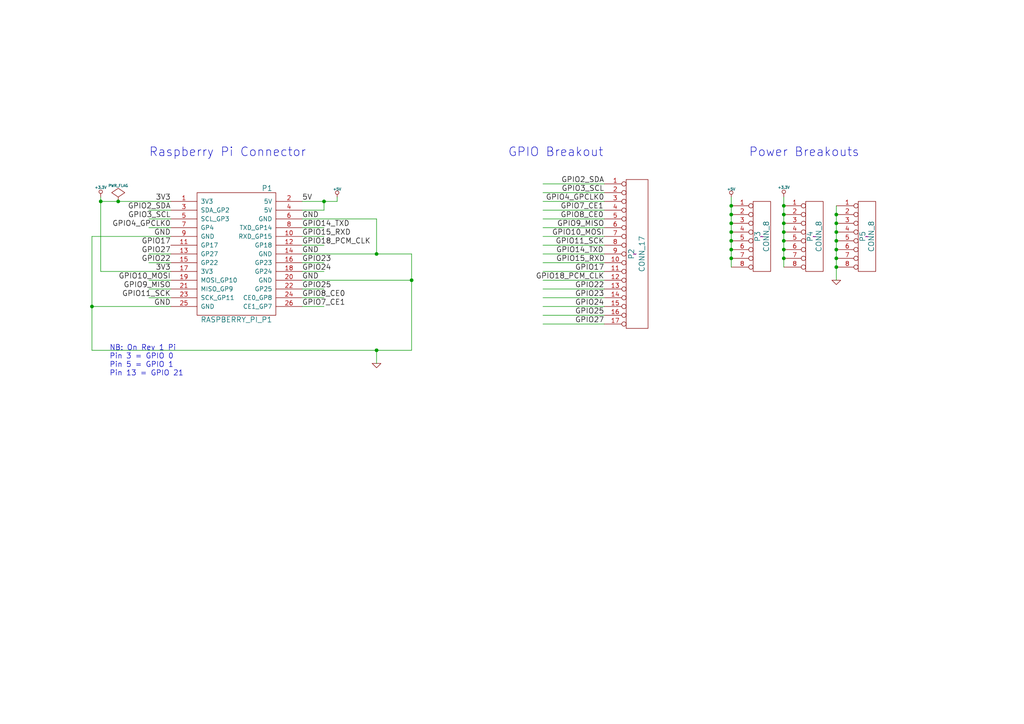
<source format=kicad_sch>
(kicad_sch (version 20230121) (generator eeschema)
  (paper "A4")
  (title_block (date "27 nov 2013"))
  (lib_symbols
    (symbol "PiBreak-rescue:+3.3V" (power) (pin_names (offset 0))
      (property "Value" "+3.3V" (at 0 2.794 0))
      (symbol "+3.3V_0_0"
        (pin power_in line (at 0 0 90) (length 0) hide (name "+3.3V") (number "1"))
      )
      (symbol "+3.3V_0_1"
        (polyline (pts (xy 0 0) (xy 0 1.016) (xy 0 1.016)))
        (circle (center 0 1.524) (radius 0.508))
      )
    )
    (symbol "PiBreak-rescue:+5V" (power) (pin_names (offset 1.016))
      (property "Value" "+5V" (at 0 2.286 0))
      (symbol "+5V_0_0"
        (pin power_in line (at 0 0 90) (length 0) hide (name "+5V") (number "1"))
      )
      (symbol "+5V_0_1"
        (polyline (pts (xy 0 0) (xy 0 0.762) (xy 0 0.762) (xy 0 0.762)))
        (circle (center 0 1.27) (radius 0.508))
      )
    )
    (symbol "PiBreak-rescue:CONN_17" (pin_names (offset 1.016) hide)
      (property "Reference" "P" (at -1.016 0 90))
      (property "Value" "CONN_17" (at 2.032 0 90))
      (symbol "CONN_17_0_1"
        (rectangle (start -2.54 21.59) (end 3.81 -21.59))
      )
      (symbol "CONN_17_1_1"
        (pin passive inverted (at -8.89 20.32 0) (length 6.35) (name "P1") (number "1"))
        (pin passive inverted (at -8.89 -2.54 0) (length 6.35) (name "P10") (number "10"))
        (pin passive inverted (at -8.89 -5.08 0) (length 6.35) (name "P11") (number "11"))
        (pin passive inverted (at -8.89 -7.62 0) (length 6.35) (name "P12") (number "12"))
        (pin passive inverted (at -8.89 -10.16 0) (length 6.35) (name "P13") (number "13"))
        (pin passive inverted (at -8.89 -12.7 0) (length 6.35) (name "P14") (number "14"))
        (pin passive inverted (at -8.89 -15.24 0) (length 6.35) (name "P15") (number "15"))
        (pin passive inverted (at -8.89 -17.78 0) (length 6.35) (name "P16") (number "16"))
        (pin passive inverted (at -8.89 -20.32 0) (length 6.35) (name "P17") (number "17"))
        (pin passive inverted (at -8.89 17.78 0) (length 6.35) (name "P2") (number "2"))
        (pin passive inverted (at -8.89 15.24 0) (length 6.35) (name "P3") (number "3"))
        (pin passive inverted (at -8.89 12.7 0) (length 6.35) (name "P4") (number "4"))
        (pin passive inverted (at -8.89 10.16 0) (length 6.35) (name "P5") (number "5"))
        (pin passive inverted (at -8.89 7.62 0) (length 6.35) (name "P6") (number "6"))
        (pin passive inverted (at -8.89 5.08 0) (length 6.35) (name "P7") (number "7"))
        (pin passive inverted (at -8.89 2.54 0) (length 6.35) (name "P8") (number "8"))
        (pin passive inverted (at -8.89 0 0) (length 6.35) (name "P9") (number "9"))
      )
    )
    (symbol "PiBreak-rescue:CONN_8" (pin_names (offset 1.016) hide)
      (property "Reference" "P" (at -1.27 0 90))
      (property "Value" "CONN_8" (at 1.27 0 90))
      (symbol "CONN_8_0_1"
        (rectangle (start -2.54 10.16) (end 2.54 -10.16))
      )
      (symbol "CONN_8_1_1"
        (pin passive inverted (at -8.89 8.89 0) (length 6.35) (name "P1") (number "1"))
        (pin passive inverted (at -8.89 6.35 0) (length 6.35) (name "P2") (number "2"))
        (pin passive inverted (at -8.89 3.81 0) (length 6.35) (name "P3") (number "3"))
        (pin passive inverted (at -8.89 1.27 0) (length 6.35) (name "P4") (number "4"))
        (pin passive inverted (at -8.89 -1.27 0) (length 6.35) (name "P5") (number "5"))
        (pin passive inverted (at -8.89 -3.81 0) (length 6.35) (name "P6") (number "6"))
        (pin passive inverted (at -8.89 -6.35 0) (length 6.35) (name "P7") (number "7"))
        (pin passive inverted (at -8.89 -8.89 0) (length 6.35) (name "P8") (number "8"))
      )
    )
    (symbol "PiBreak-rescue:GND" (power) (pin_names (offset 0))
      (symbol "GND_0_1"
        (polyline (pts (xy -1.27 0) (xy 0 -1.27) (xy 1.27 0) (xy -1.27 0)))
      )
      (symbol "GND_1_1"
        (pin power_in line (at 0 0 90) (length 0) hide (name "GND") (number "1"))
      )
    )
    (symbol "PiBreak-rescue:PWR_FLAG" (power) (pin_numbers hide) (pin_names (offset 0) hide)
      (property "Value" "PWR_FLAG" (at 0 4.572 0))
      (symbol "PWR_FLAG_0_0"
        (pin power_out line (at 0 0 90) (length 0) (name "pwr") (number "1"))
      )
      (symbol "PWR_FLAG_0_1"
        (polyline (pts (xy 0 0) (xy 0 1.27) (xy -1.905 2.54) (xy 0 3.81) (xy 1.905 2.54) (xy 0 1.27)))
      )
    )
    (symbol "PiBreak-rescue:RASPBERRY_PI_P1" (pin_names (offset 1.016))
      (property "Reference" "J" (at 8.89 19.05 0))
      (property "Value" "RASPBERRY_PI_P1" (at 0 -19.05 0))
      (symbol "RASPBERRY_PI_P1_0_1"
        (rectangle (start -11.43 17.78) (end 11.43 -17.78))
      )
      (symbol "RASPBERRY_PI_P1_1_1"
        (pin power_out line (at -19.05 15.24 0) (length 7.62) (name "3V3") (number "1"))
        (pin bidirectional line (at 19.05 5.08 180) (length 7.62) (name "RXD_GP15") (number "10"))
        (pin bidirectional line (at -19.05 2.54 0) (length 7.62) (name "GP17") (number "11"))
        (pin bidirectional line (at 19.05 2.54 180) (length 7.62) (name "GP18") (number "12"))
        (pin bidirectional line (at -19.05 0 0) (length 7.62) (name "GP27") (number "13"))
        (pin power_out line (at 19.05 0 180) (length 7.62) (name "GND") (number "14"))
        (pin bidirectional line (at -19.05 -2.54 0) (length 7.62) (name "GP22") (number "15"))
        (pin bidirectional line (at 19.05 -2.54 180) (length 7.62) (name "GP23") (number "16"))
        (pin power_out line (at -19.05 -5.08 0) (length 7.62) (name "3V3") (number "17"))
        (pin bidirectional line (at 19.05 -5.08 180) (length 7.62) (name "GP24") (number "18"))
        (pin bidirectional line (at -19.05 -7.62 0) (length 7.62) (name "MOSI_GP10") (number "19"))
        (pin power_out line (at 19.05 15.24 180) (length 7.62) (name "5V") (number "2"))
        (pin power_out line (at 19.05 -7.62 180) (length 7.62) (name "GND") (number "20"))
        (pin bidirectional line (at -19.05 -10.16 0) (length 7.62) (name "MISO_GP9") (number "21"))
        (pin bidirectional line (at 19.05 -10.16 180) (length 7.62) (name "GP25") (number "22"))
        (pin bidirectional line (at -19.05 -12.7 0) (length 7.62) (name "SCK_GP11") (number "23"))
        (pin bidirectional line (at 19.05 -12.7 180) (length 7.62) (name "CE0_GP8") (number "24"))
        (pin power_out line (at -19.05 -15.24 0) (length 7.62) (name "GND") (number "25"))
        (pin bidirectional line (at 19.05 -15.24 180) (length 7.62) (name "CE1_GP7") (number "26"))
        (pin bidirectional line (at -19.05 12.7 0) (length 7.62) (name "SDA_GP2") (number "3"))
        (pin power_out line (at 19.05 12.7 180) (length 7.62) (name "5V") (number "4"))
        (pin bidirectional line (at -19.05 10.16 0) (length 7.62) (name "SCL_GP3") (number "5"))
        (pin power_out line (at 19.05 10.16 180) (length 7.62) (name "GND") (number "6"))
        (pin bidirectional line (at -19.05 7.62 0) (length 7.62) (name "GP4") (number "7"))
        (pin bidirectional line (at 19.05 7.62 180) (length 7.62) (name "TXD_GP14") (number "8"))
        (pin power_out line (at -19.05 5.08 0) (length 7.62) (name "GND") (number "9"))
      )
    )
  )
  (junction (at 109.22 101.6))
  (junction (at 242.57 69.85))
  (junction (at 242.57 62.23))
  (junction (at 242.57 74.93))
  (junction (at 242.57 77.47))
  (junction (at 26.67 88.9))
  (junction (at 227.33 62.23))
  (junction (at 242.57 72.39))
  (junction (at 242.57 64.77))
  (junction (at 242.57 67.31))
  (junction (at 227.33 69.85))
  (junction (at 212.09 69.85))
  (junction (at 34.29 58.42))
  (junction (at 227.33 67.31))
  (junction (at 227.33 64.77))
  (junction (at 227.33 59.69))
  (junction (at 212.09 59.69))
  (junction (at 119.38 81.28))
  (junction (at 227.33 72.39))
  (junction (at 212.09 74.93))
  (junction (at 212.09 64.77))
  (junction (at 29.21 58.42))
  (junction (at 212.09 67.31))
  (junction (at 212.09 72.39))
  (junction (at 109.22 73.66))
  (junction (at 227.33 74.93))
  (junction (at 93.98 58.42))
  (junction (at 212.09 62.23))
  (wire (pts (xy 242.57 59.69) (xy 242.57 62.23)))
  (wire (pts (xy 26.67 88.9) (xy 49.53 88.9)))
  (wire (pts (xy 212.09 62.23) (xy 212.09 64.77)))
  (wire (pts (xy 212.09 74.93) (xy 212.09 77.47)))
  (wire (pts (xy 87.63 88.9) (xy 93.98 88.9)))
  (wire (pts (xy 97.79 58.42) (xy 97.79 57.15)))
  (wire (pts (xy 29.21 78.74) (xy 49.53 78.74)))
  (wire (pts (xy 34.29 58.42) (xy 49.53 58.42)))
  (wire (pts (xy 119.38 73.66) (xy 109.22 73.66)))
  (wire (pts (xy 109.22 101.6) (xy 119.38 101.6)))
  (wire (pts (xy 175.26 93.98) (xy 157.48 93.98)))
  (wire (pts (xy 175.26 53.34) (xy 157.48 53.34)))
  (wire (pts (xy 242.57 69.85) (xy 242.57 72.39)))
  (wire (pts (xy 26.67 68.58) (xy 49.53 68.58)))
  (wire (pts (xy 29.21 57.15) (xy 29.21 58.42)))
  (wire (pts (xy 175.26 73.66) (xy 157.48 73.66)))
  (wire (pts (xy 119.38 101.6) (xy 119.38 81.28)))
  (wire (pts (xy 242.57 62.23) (xy 242.57 64.77)))
  (wire (pts (xy 87.63 86.36) (xy 93.98 86.36)))
  (wire (pts (xy 242.57 74.93) (xy 242.57 77.47)))
  (wire (pts (xy 227.33 62.23) (xy 227.33 64.77)))
  (wire (pts (xy 175.26 71.12) (xy 157.48 71.12)))
  (wire (pts (xy 87.63 68.58) (xy 93.98 68.58)))
  (wire (pts (xy 109.22 63.5) (xy 109.22 73.66)))
  (wire (pts (xy 29.21 58.42) (xy 34.29 58.42)))
  (wire (pts (xy 227.33 64.77) (xy 227.33 67.31)))
  (wire (pts (xy 175.26 78.74) (xy 157.48 78.74)))
  (wire (pts (xy 212.09 57.15) (xy 212.09 59.69)))
  (wire (pts (xy 49.53 73.66) (xy 43.18 73.66)))
  (wire (pts (xy 212.09 59.69) (xy 212.09 62.23)))
  (wire (pts (xy 212.09 67.31) (xy 212.09 69.85)))
  (wire (pts (xy 87.63 58.42) (xy 93.98 58.42)))
  (wire (pts (xy 227.33 59.69) (xy 227.33 62.23)))
  (wire (pts (xy 49.53 66.04) (xy 43.18 66.04)))
  (wire (pts (xy 227.33 74.93) (xy 227.33 77.47)))
  (wire (pts (xy 212.09 64.77) (xy 212.09 67.31)))
  (wire (pts (xy 109.22 101.6) (xy 109.22 105.41)))
  (wire (pts (xy 227.33 57.15) (xy 227.33 59.69)))
  (wire (pts (xy 175.26 81.28) (xy 157.48 81.28)))
  (wire (pts (xy 49.53 76.2) (xy 43.18 76.2)))
  (wire (pts (xy 93.98 60.96) (xy 93.98 58.42)))
  (wire (pts (xy 175.26 63.5) (xy 157.48 63.5)))
  (wire (pts (xy 26.67 88.9) (xy 26.67 68.58)))
  (wire (pts (xy 175.26 58.42) (xy 157.48 58.42)))
  (wire (pts (xy 87.63 60.96) (xy 93.98 60.96)))
  (wire (pts (xy 227.33 72.39) (xy 227.33 74.93)))
  (wire (pts (xy 242.57 67.31) (xy 242.57 69.85)))
  (wire (pts (xy 26.67 101.6) (xy 109.22 101.6)))
  (wire (pts (xy 87.63 81.28) (xy 119.38 81.28)))
  (wire (pts (xy 29.21 58.42) (xy 29.21 78.74)))
  (wire (pts (xy 49.53 86.36) (xy 43.18 86.36)))
  (wire (pts (xy 175.26 88.9) (xy 157.48 88.9)))
  (wire (pts (xy 119.38 81.28) (xy 119.38 73.66)))
  (wire (pts (xy 87.63 83.82) (xy 93.98 83.82)))
  (wire (pts (xy 175.26 66.04) (xy 157.48 66.04)))
  (wire (pts (xy 87.63 76.2) (xy 93.98 76.2)))
  (wire (pts (xy 242.57 72.39) (xy 242.57 74.93)))
  (wire (pts (xy 212.09 72.39) (xy 212.09 74.93)))
  (wire (pts (xy 227.33 67.31) (xy 227.33 69.85)))
  (wire (pts (xy 87.63 66.04) (xy 93.98 66.04)))
  (wire (pts (xy 175.26 55.88) (xy 157.48 55.88)))
  (wire (pts (xy 49.53 81.28) (xy 43.18 81.28)))
  (wire (pts (xy 227.33 69.85) (xy 227.33 72.39)))
  (wire (pts (xy 87.63 78.74) (xy 93.98 78.74)))
  (wire (pts (xy 109.22 73.66) (xy 87.63 73.66)))
  (wire (pts (xy 26.67 101.6) (xy 26.67 88.9)))
  (wire (pts (xy 175.26 91.44) (xy 157.48 91.44)))
  (wire (pts (xy 242.57 64.77) (xy 242.57 67.31)))
  (wire (pts (xy 93.98 58.42) (xy 97.79 58.42)))
  (wire (pts (xy 87.63 71.12) (xy 93.98 71.12)))
  (wire (pts (xy 175.26 68.58) (xy 157.48 68.58)))
  (wire (pts (xy 49.53 83.82) (xy 43.18 83.82)))
  (wire (pts (xy 49.53 63.5) (xy 43.18 63.5)))
  (wire (pts (xy 175.26 86.36) (xy 157.48 86.36)))
  (wire (pts (xy 242.57 77.47) (xy 242.57 81.28)))
  (wire (pts (xy 175.26 60.96) (xy 157.48 60.96)))
  (wire (pts (xy 212.09 69.85) (xy 212.09 72.39)))
  (wire (pts (xy 87.63 63.5) (xy 109.22 63.5)))
  (wire (pts (xy 175.26 83.82) (xy 157.48 83.82)))
  (wire (pts (xy 175.26 76.2) (xy 157.48 76.2)))
  (wire (pts (xy 49.53 60.96) (xy 43.18 60.96)))
  (text "NB: On Rev 1 Pi\nPin 3 = GPIO 0\nPin 5 = GPIO 1\nPin 13 = GPIO 21" (at 31.75 109.22 0) (effects (font (size 1.524 1.524)) (justify left bottom)))
  (text "Power Breakouts" (at 217.17 45.72 0) (effects (font (size 2.54 2.54)) (justify left bottom)))
  (text "GPIO Breakout" (at 147.32 45.72 0) (effects (font (size 2.54 2.54)) (justify left bottom)))
  (text "Raspberry Pi Connector" (at 43.18 45.72 0) (effects (font (size 2.54 2.54)) (justify left bottom)))
  (label "GPIO23" (at 175.26 86.36 180) (effects (font (size 1.524 1.524))))
  (label "GPIO18_PCM_CLK" (at 175.26 81.28 180) (effects (font (size 1.524 1.524))))
  (label "GPIO17" (at 175.26 78.74 180) (effects (font (size 1.524 1.524))))
  (label "GPIO7_CE1" (at 162.56 60.96 0) (effects (font (size 1.524 1.524))))
  (label "3V3" (at 49.53 78.74 180) (effects (font (size 1.524 1.524))))
  (label "3V3" (at 49.53 58.42 180) (effects (font (size 1.524 1.524))))
  (label "GND" (at 87.63 73.66 0) (effects (font (size 1.524 1.524))))
  (label "GPIO25" (at 87.63 83.82 0) (effects (font (size 1.524 1.524))))
  (label "GPIO27" (at 175.26 93.98 180) (effects (font (size 1.524 1.524))))
  (label "GPIO3_SCL" (at 175.26 55.88 180) (effects (font (size 1.524 1.524))))
  (label "GPIO11_SCK" (at 175.26 71.12 180) (effects (font (size 1.524 1.524))))
  (label "GPIO18_PCM_CLK" (at 87.63 71.12 0) (effects (font (size 1.524 1.524))))
  (label "GPIO4_GPCLK0" (at 175.26 58.42 180) (effects (font (size 1.524 1.524))))
  (label "GPIO2_SDA" (at 175.26 53.34 180) (effects (font (size 1.524 1.524))))
  (label "GPIO17" (at 49.53 71.12 180) (effects (font (size 1.524 1.524))))
  (label "GND" (at 87.63 81.28 0) (effects (font (size 1.524 1.524))))
  (label "GPIO9_MISO" (at 49.53 83.82 180) (effects (font (size 1.524 1.524))))
  (label "GPIO10_MOSI" (at 175.26 68.58 180) (effects (font (size 1.524 1.524))))
  (label "GPIO22" (at 175.26 83.82 180) (effects (font (size 1.524 1.524))))
  (label "GPIO24" (at 175.26 88.9 180) (effects (font (size 1.524 1.524))))
  (label "GPIO15_RXD" (at 87.63 68.58 0) (effects (font (size 1.524 1.524))))
  (label "GPIO15_RXD" (at 161.29 76.2 0) (effects (font (size 1.524 1.524))))
  (label "GPIO8_CE0" (at 87.63 86.36 0) (effects (font (size 1.524 1.524))))
  (label "GPIO2_SDA" (at 49.53 60.96 180) (effects (font (size 1.524 1.524))))
  (label "GPIO27" (at 49.53 73.66 180) (effects (font (size 1.524 1.524))))
  (label "GND" (at 49.53 88.9 180) (effects (font (size 1.524 1.524))))
  (label "GPIO25" (at 175.26 91.44 180) (effects (font (size 1.524 1.524))))
  (label "GPIO3_SCL" (at 49.53 63.5 180) (effects (font (size 1.524 1.524))))
  (label "5V" (at 87.63 58.42 0) (effects (font (size 1.524 1.524))))
  (label "GPIO10_MOSI" (at 49.53 81.28 180) (effects (font (size 1.524 1.524))))
  (label "GPIO9_MISO" (at 175.26 66.04 180) (effects (font (size 1.524 1.524))))
  (label "GPIO14_TXD" (at 87.63 66.04 0) (effects (font (size 1.524 1.524))))
  (label "GPIO11_SCK" (at 49.53 86.36 180) (effects (font (size 1.524 1.524))))
  (label "GPIO23" (at 87.63 76.2 0) (effects (font (size 1.524 1.524))))
  (label "GPIO24" (at 87.63 78.74 0) (effects (font (size 1.524 1.524))))
  (label "GPIO22" (at 49.53 76.2 180) (effects (font (size 1.524 1.524))))
  (label "GPIO14_TXD" (at 161.29 73.66 0) (effects (font (size 1.524 1.524))))
  (label "GND" (at 49.53 68.58 180) (effects (font (size 1.524 1.524))))
  (label "GPIO4_GPCLK0" (at 49.53 66.04 180) (effects (font (size 1.524 1.524))))
  (label "GND" (at 87.63 63.5 0) (effects (font (size 1.524 1.524))))
  (label "GPIO7_CE1" (at 87.63 88.9 0) (effects (font (size 1.524 1.524))))
  (label "GPIO8_CE0" (at 162.56 63.5 0) (effects (font (size 1.524 1.524))))
  (symbol (lib_id "PiBreak-rescue:GND") (at 109.22 105.41 0) (unit 1)
    (property "Reference" "#PWR3" (effects hide))
    (property "Value" "GND" (effects hide))
  )
  (symbol (lib_id "PiBreak-rescue:+5V") (at 97.79 57.15 0) (unit 1)
    (property "Reference" "#PWR2" (effects hide))
    (property "Value" "+5V" (at 97.79 54.864 0) (effects (font (size 0.762 0.762))))
  )
  (symbol (lib_id "PiBreak-rescue:+3.3V") (at 29.21 57.15 0) (unit 1)
    (property "Reference" "#PWR1" (effects hide))
    (property "Value" "+3.3V" (at 29.21 54.356 0) (effects (font (size 0.762 0.762))))
  )
  (symbol (lib_id "PiBreak-rescue:PWR_FLAG") (at 34.29 58.42 0) (unit 1)
    (property "Reference" "#FLG1" (effects hide))
    (property "Value" "PWR_FLAG" (at 34.29 53.848 0) (effects (font (size 0.762 0.762))))
  )
  (symbol (lib_id "PiBreak-rescue:RASPBERRY_PI_P1") (at 68.58 73.66 0) (unit 1)
    (property "Reference" "P1" (at 77.47 54.61 0) (effects (font (size 1.524 1.524))))
    (property "Value" "RASPBERRY_PI_P1" (at 68.58 92.71 0) (effects (font (size 1.524 1.524))))
  )
  (symbol (lib_id "PiBreak-rescue:CONN_17") (at 184.15 73.66 0) (unit 1)
    (property "Reference" "P2" (at 183.134 73.66 90) (effects (font (size 1.524 1.524))))
    (property "Value" "CONN_17" (at 186.182 73.66 90) (effects (font (size 1.524 1.524))))
    (property "Footprint" "~" (at 184.15 73.66 0) (effects (font (size 1.524 1.524))))
    (property "Datasheet" "~" (at 184.15 73.66 0) (effects (font (size 1.524 1.524))))
  )
  (symbol (lib_id "PiBreak-rescue:CONN_8") (at 220.98 68.58 0) (unit 1)
    (property "Reference" "P3" (at 219.71 68.58 90) (effects (font (size 1.524 1.524))))
    (property "Value" "CONN_8" (at 222.25 68.58 90) (effects (font (size 1.524 1.524))))
    (property "Footprint" "~" (at 220.98 68.58 0) (effects (font (size 1.524 1.524))))
    (property "Datasheet" "~" (at 220.98 68.58 0) (effects (font (size 1.524 1.524))))
  )
  (symbol (lib_id "PiBreak-rescue:CONN_8") (at 251.46 68.58 0) (unit 1)
    (property "Reference" "P5" (at 250.19 68.58 90) (effects (font (size 1.524 1.524))))
    (property "Value" "CONN_8" (at 252.73 68.58 90) (effects (font (size 1.524 1.524))))
    (property "Footprint" "~" (at 251.46 68.58 0) (effects (font (size 1.524 1.524))))
    (property "Datasheet" "~" (at 251.46 68.58 0) (effects (font (size 1.524 1.524))))
  )
  (symbol (lib_id "PiBreak-rescue:CONN_8") (at 236.22 68.58 0) (unit 1)
    (property "Reference" "P4" (at 234.95 68.58 90) (effects (font (size 1.524 1.524))))
    (property "Value" "CONN_8" (at 237.49 68.58 90) (effects (font (size 1.524 1.524))))
    (property "Footprint" "~" (at 236.22 68.58 0) (effects (font (size 1.524 1.524))))
    (property "Datasheet" "~" (at 236.22 68.58 0) (effects (font (size 1.524 1.524))))
  )
  (symbol (lib_id "PiBreak-rescue:+5V") (at 212.09 57.15 0) (unit 1)
    (property "Reference" "#PWR4" (effects hide))
    (property "Value" "+5V" (at 212.09 54.864 0) (effects (font (size 0.762 0.762))))
  )
  (symbol (lib_id "PiBreak-rescue:+3.3V") (at 227.33 57.15 0) (unit 1)
    (property "Reference" "#PWR5" (effects hide))
    (property "Value" "+3.3V" (at 227.33 54.356 0) (effects (font (size 0.762 0.762))))
  )
  (symbol (lib_id "PiBreak-rescue:GND") (at 242.57 81.28 0) (unit 1)
    (property "Reference" "#PWR6" (effects hide))
    (property "Value" "GND" (effects hide))
  )
)
</source>
